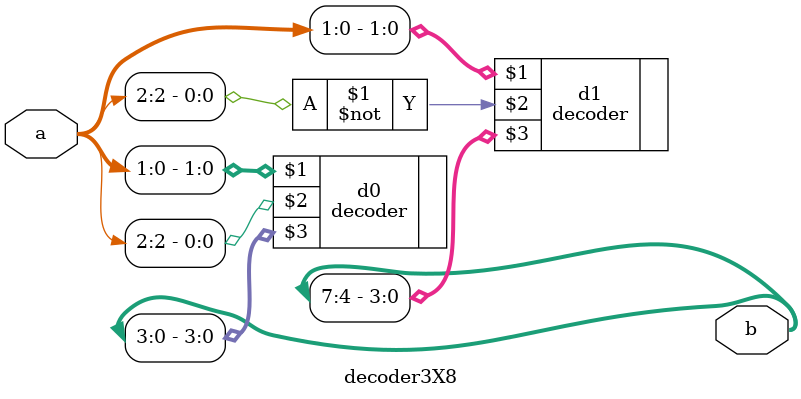
<source format=v>
module decoder3X8(a,b);
input [2:0] a;
output [7:0] b;

decoder d0(a[1:0],a[2],b[3:0]);
decoder d1(a[1:0],~a[2],b[7:4]);

endmodule
</source>
